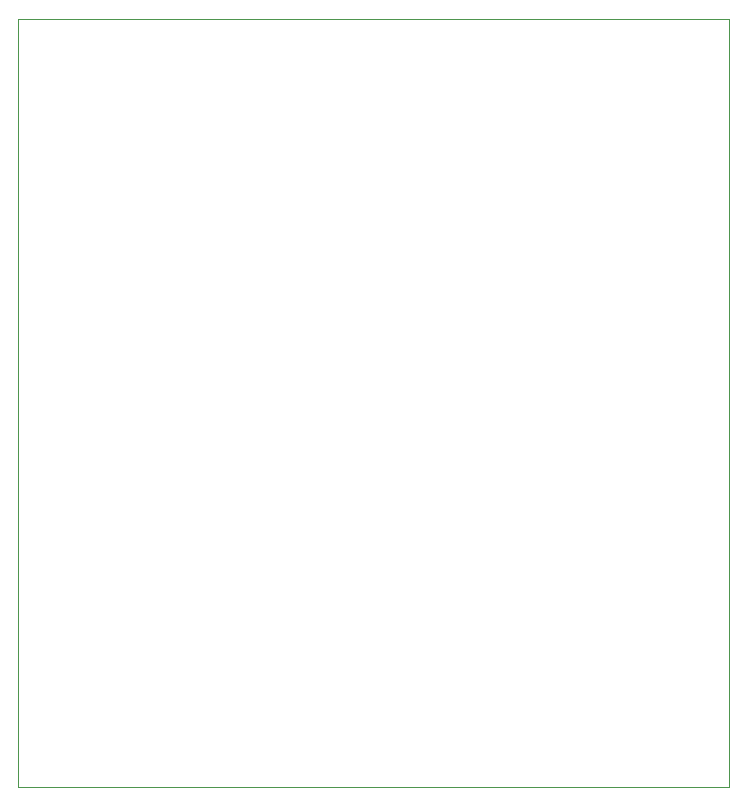
<source format=gm1>
G04 #@! TF.GenerationSoftware,KiCad,Pcbnew,(5.1.2-1)-1*
G04 #@! TF.CreationDate,2019-06-15T18:23:21+02:00*
G04 #@! TF.ProjectId,laser_control,6c617365-725f-4636-9f6e-74726f6c2e6b,rev?*
G04 #@! TF.SameCoordinates,Original*
G04 #@! TF.FileFunction,Profile,NP*
%FSLAX46Y46*%
G04 Gerber Fmt 4.6, Leading zero omitted, Abs format (unit mm)*
G04 Created by KiCad (PCBNEW (5.1.2-1)-1) date 2019-06-15 18:23:21*
%MOMM*%
%LPD*%
G04 APERTURE LIST*
%ADD10C,0.100000*%
G04 APERTURE END LIST*
D10*
X98171000Y-126619000D02*
X158305500Y-126619000D01*
X99060000Y-61595000D02*
X99060000Y-61595000D01*
X158305500Y-61595000D02*
X98171000Y-61595000D01*
X158305500Y-126619000D02*
X158305500Y-61595000D01*
X98171000Y-61595000D02*
X98171000Y-126619000D01*
M02*

</source>
